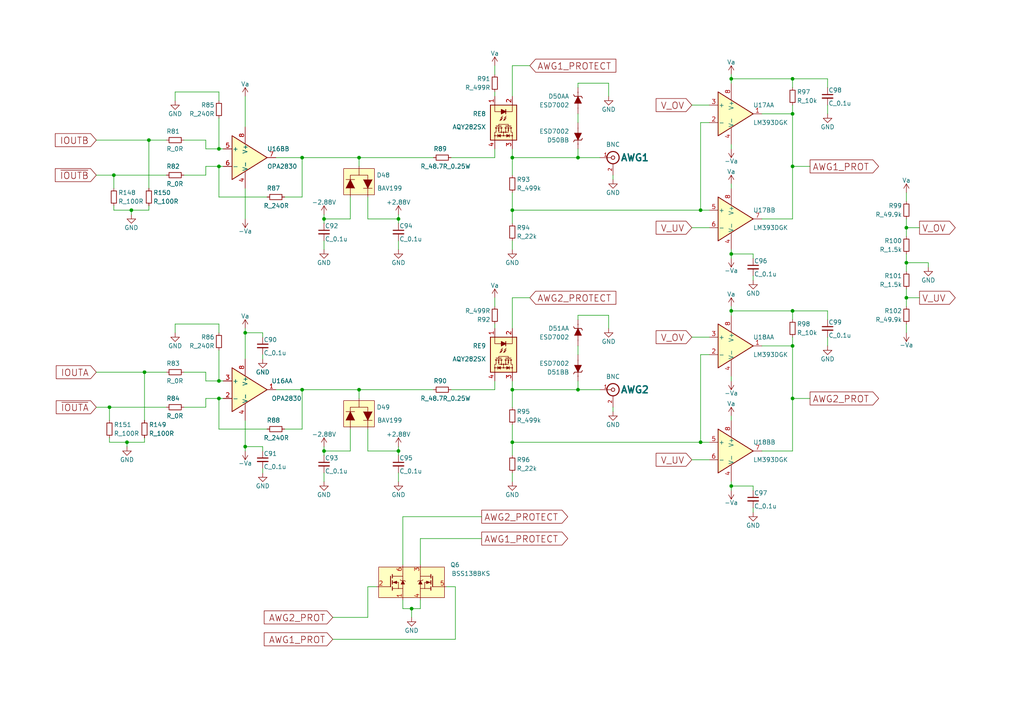
<source format=kicad_sch>
(kicad_sch (version 20250114) (generator "eeschema") (generator_version "9.0")
  (paper "A4")
  (title_block (title "Scopefun Oscilloscope") (rev "v2") (comment 1 "Copyright Dejan Priversek 2017") (comment 2 "Licensed under CERN OHL v.1.2"))
  (junction (at 104.14 45.72))
  (junction (at 115.57 130.81))
  (junction (at 115.57 63.5))
  (junction (at 93.98 63.5))
  (junction (at 229.87 22.86))
  (junction (at 71.12 129.54))
  (junction (at 31.75 118.11))
  (junction (at 203.2 60.96))
  (junction (at 203.2 128.27))
  (junction (at 262.89 66.04))
  (junction (at 119.38 176.53))
  (junction (at 167.64 45.72))
  (junction (at 229.87 100.33))
  (junction (at 148.59 113.03))
  (junction (at 212.09 90.17))
  (junction (at 262.89 76.2))
  (junction (at 87.63 45.72))
  (junction (at 148.59 128.27))
  (junction (at 41.91 107.95))
  (junction (at 71.12 96.52))
  (junction (at 148.59 60.96))
  (junction (at 63.5 110.49))
  (junction (at 262.89 86.36))
  (junction (at 43.18 40.64))
  (junction (at 63.5 115.57))
  (junction (at 36.83 128.27))
  (junction (at 212.09 22.86))
  (junction (at 148.59 45.72))
  (junction (at 229.87 48.26))
  (junction (at 212.09 73.66))
  (junction (at 229.87 33.02))
  (junction (at 93.98 130.81))
  (junction (at 212.09 140.97))
  (junction (at 87.63 113.03))
  (junction (at 38.1 60.96))
  (junction (at 167.64 113.03))
  (junction (at 229.87 90.17))
  (junction (at 104.14 113.03))
  (junction (at 63.5 48.26))
  (junction (at 229.87 115.57))
  (junction (at 63.5 43.18))
  (junction (at 33.02 50.8))
  (wire (pts (xy 229.87 63.5) (xy 220.98 63.5)))
  (wire (pts (xy 229.87 30.48) (xy 229.87 33.02)))
  (wire (pts (xy 63.5 26.67) (xy 63.5 29.21)))
  (wire (pts (xy 36.83 128.27) (xy 41.91 128.27)))
  (wire (pts (xy 106.68 179.07) (xy 106.68 170.18)))
  (wire (pts (xy 76.2 104.14) (xy 76.2 102.87)))
  (wire (pts (xy 167.64 92.71) (xy 167.64 91.44)))
  (wire (pts (xy 53.34 40.64) (xy 59.69 40.64)))
  (wire (pts (xy 143.51 113.03) (xy 130.81 113.03)))
  (wire (pts (xy 115.57 63.5) (xy 115.57 64.77)))
  (wire (pts (xy 212.09 72.39) (xy 212.09 73.66)))
  (wire (pts (xy 77.47 57.15) (xy 63.5 57.15)))
  (wire (pts (xy 212.09 22.86) (xy 229.87 22.86)))
  (wire (pts (xy 116.84 173.99) (xy 116.84 176.53)))
  (wire (pts (xy 93.98 137.16) (xy 93.98 139.7)))
  (wire (pts (xy 218.44 80.01) (xy 218.44 81.28)))
  (wire (pts (xy 234.95 115.57) (xy 229.87 115.57)))
  (wire (pts (xy 71.12 36.83) (xy 71.12 27.94)))
  (wire (pts (xy 116.84 176.53) (xy 119.38 176.53)))
  (wire (pts (xy 27.94 118.11) (xy 31.75 118.11)))
  (wire (pts (xy 119.38 176.53) (xy 121.92 176.53)))
  (wire (pts (xy 121.92 176.53) (xy 121.92 173.99)))
  (wire (pts (xy 148.59 110.49) (xy 148.59 113.03)))
  (wire (pts (xy 96.52 179.07) (xy 106.68 179.07)))
  (wire (pts (xy 148.59 123.19) (xy 148.59 128.27)))
  (wire (pts (xy 106.68 57.15) (xy 106.68 63.5)))
  (wire (pts (xy 203.2 128.27) (xy 205.74 128.27)))
  (wire (pts (xy 80.01 45.72) (xy 87.63 45.72)))
  (wire (pts (xy 234.95 48.26) (xy 229.87 48.26)))
  (wire (pts (xy 50.8 93.98) (xy 63.5 93.98)))
  (wire (pts (xy 212.09 21.59) (xy 212.09 22.86)))
  (wire (pts (xy 262.89 55.88) (xy 262.89 58.42)))
  (wire (pts (xy 63.5 93.98) (xy 63.5 96.52)))
  (wire (pts (xy 205.74 35.56) (xy 203.2 35.56)))
  (wire (pts (xy 59.69 43.18) (xy 63.5 43.18)))
  (wire (pts (xy 262.89 76.2) (xy 262.89 78.74)))
  (wire (pts (xy 82.55 57.15) (xy 87.63 57.15)))
  (wire (pts (xy 71.12 54.61) (xy 71.12 63.5)))
  (wire (pts (xy 115.57 129.54) (xy 115.57 130.81)))
  (wire (pts (xy 121.92 163.83) (xy 121.92 156.21)))
  (wire (pts (xy 229.87 33.02) (xy 229.87 48.26)))
  (wire (pts (xy 153.67 19.05) (xy 148.59 19.05)))
  (wire (pts (xy 63.5 101.6) (xy 63.5 110.49)))
  (wire (pts (xy 262.89 76.2) (xy 269.24 76.2)))
  (wire (pts (xy 167.64 45.72) (xy 173.99 45.72)))
  (wire (pts (xy 167.64 113.03) (xy 173.99 113.03)))
  (wire (pts (xy 167.64 91.44) (xy 176.53 91.44)))
  (wire (pts (xy 148.59 60.96) (xy 148.59 64.77)))
  (wire (pts (xy 104.14 45.72) (xy 104.14 48.26)))
  (wire (pts (xy 148.59 113.03) (xy 167.64 113.03)))
  (wire (pts (xy 212.09 140.97) (xy 212.09 142.24)))
  (wire (pts (xy 115.57 62.23) (xy 115.57 63.5)))
  (wire (pts (xy 200.66 66.04) (xy 205.74 66.04)))
  (wire (pts (xy 229.87 97.79) (xy 229.87 100.33)))
  (wire (pts (xy 176.53 24.13) (xy 176.53 27.94)))
  (wire (pts (xy 43.18 60.96) (xy 43.18 59.69)))
  (wire (pts (xy 218.44 73.66) (xy 212.09 73.66)))
  (wire (pts (xy 104.14 45.72) (xy 125.73 45.72)))
  (wire (pts (xy 59.69 48.26) (xy 63.5 48.26)))
  (wire (pts (xy 87.63 45.72) (xy 104.14 45.72)))
  (wire (pts (xy 31.75 127) (xy 31.75 128.27)))
  (wire (pts (xy 143.51 86.36) (xy 143.51 88.9)))
  (wire (pts (xy 143.51 43.18) (xy 143.51 45.72)))
  (wire (pts (xy 119.38 176.53) (xy 119.38 179.07)))
  (wire (pts (xy 43.18 40.64) (xy 43.18 54.61)))
  (wire (pts (xy 262.89 63.5) (xy 262.89 66.04)))
  (wire (pts (xy 121.92 156.21) (xy 139.7 156.21)))
  (wire (pts (xy 167.64 100.33) (xy 167.64 102.87)))
  (wire (pts (xy 76.2 96.52) (xy 71.12 96.52)))
  (wire (pts (xy 203.2 35.56) (xy 203.2 60.96)))
  (wire (pts (xy 106.68 63.5) (xy 115.57 63.5)))
  (wire (pts (xy 177.8 118.11) (xy 177.8 119.38)))
  (wire (pts (xy 262.89 83.82) (xy 262.89 86.36)))
  (wire (pts (xy 59.69 118.11) (xy 53.34 118.11)))
  (wire (pts (xy 203.2 60.96) (xy 205.74 60.96)))
  (wire (pts (xy 38.1 62.23) (xy 38.1 60.96)))
  (wire (pts (xy 71.12 121.92) (xy 71.12 129.54)))
  (wire (pts (xy 38.1 60.96) (xy 43.18 60.96)))
  (wire (pts (xy 63.5 110.49) (xy 64.77 110.49)))
  (wire (pts (xy 262.89 93.98) (xy 262.89 96.52)))
  (wire (pts (xy 167.64 110.49) (xy 167.64 113.03)))
  (wire (pts (xy 63.5 48.26) (xy 64.77 48.26)))
  (wire (pts (xy 27.94 40.64) (xy 43.18 40.64)))
  (wire (pts (xy 229.87 92.71) (xy 229.87 90.17)))
  (wire (pts (xy 93.98 69.85) (xy 93.98 72.39)))
  (wire (pts (xy 148.59 19.05) (xy 148.59 27.94)))
  (wire (pts (xy 167.64 25.4) (xy 167.64 24.13)))
  (wire (pts (xy 71.12 95.25) (xy 71.12 96.52)))
  (wire (pts (xy 143.51 19.05) (xy 143.51 21.59)))
  (wire (pts (xy 101.6 130.81) (xy 93.98 130.81)))
  (wire (pts (xy 148.59 128.27) (xy 203.2 128.27)))
  (wire (pts (xy 115.57 130.81) (xy 115.57 132.08)))
  (wire (pts (xy 132.08 185.42) (xy 132.08 170.18)))
  (wire (pts (xy 71.12 129.54) (xy 71.12 130.81)))
  (wire (pts (xy 41.91 128.27) (xy 41.91 127)))
  (wire (pts (xy 240.03 90.17) (xy 240.03 92.71)))
  (wire (pts (xy 106.68 124.46) (xy 106.68 130.81)))
  (wire (pts (xy 59.69 48.26) (xy 59.69 50.8)))
  (wire (pts (xy 116.84 163.83) (xy 116.84 149.86)))
  (wire (pts (xy 148.59 55.88) (xy 148.59 60.96)))
  (wire (pts (xy 148.59 45.72) (xy 148.59 50.8)))
  (wire (pts (xy 143.51 26.67) (xy 143.51 27.94)))
  (wire (pts (xy 148.59 45.72) (xy 167.64 45.72)))
  (wire (pts (xy 266.7 86.36) (xy 262.89 86.36)))
  (wire (pts (xy 200.66 97.79) (xy 205.74 97.79)))
  (wire (pts (xy 148.59 86.36) (xy 148.59 95.25)))
  (wire (pts (xy 93.98 62.23) (xy 93.98 63.5)))
  (wire (pts (xy 33.02 50.8) (xy 33.02 54.61)))
  (wire (pts (xy 153.67 86.36) (xy 148.59 86.36)))
  (wire (pts (xy 218.44 147.32) (xy 218.44 148.59)))
  (wire (pts (xy 96.52 185.42) (xy 132.08 185.42)))
  (wire (pts (xy 266.7 66.04) (xy 262.89 66.04)))
  (wire (pts (xy 115.57 69.85) (xy 115.57 72.39)))
  (wire (pts (xy 41.91 107.95) (xy 48.26 107.95)))
  (wire (pts (xy 87.63 113.03) (xy 104.14 113.03)))
  (wire (pts (xy 218.44 142.24) (xy 218.44 140.97)))
  (wire (pts (xy 104.14 113.03) (xy 104.14 115.57)))
  (wire (pts (xy 218.44 140.97) (xy 212.09 140.97)))
  (wire (pts (xy 101.6 57.15) (xy 101.6 63.5)))
  (wire (pts (xy 203.2 102.87) (xy 203.2 128.27)))
  (wire (pts (xy 143.51 45.72) (xy 130.81 45.72)))
  (wire (pts (xy 229.87 48.26) (xy 229.87 63.5)))
  (wire (pts (xy 63.5 57.15) (xy 63.5 48.26)))
  (wire (pts (xy 212.09 139.7) (xy 212.09 140.97)))
  (wire (pts (xy 220.98 100.33) (xy 229.87 100.33)))
  (wire (pts (xy 262.89 73.66) (xy 262.89 76.2)))
  (wire (pts (xy 76.2 129.54) (xy 71.12 129.54)))
  (wire (pts (xy 148.59 137.16) (xy 148.59 139.7)))
  (wire (pts (xy 63.5 43.18) (xy 64.77 43.18)))
  (wire (pts (xy 167.64 43.18) (xy 167.64 45.72)))
  (wire (pts (xy 212.09 120.65) (xy 212.09 121.92)))
  (wire (pts (xy 77.47 124.46) (xy 63.5 124.46)))
  (wire (pts (xy 240.03 97.79) (xy 240.03 100.33)))
  (wire (pts (xy 33.02 50.8) (xy 48.26 50.8)))
  (wire (pts (xy 229.87 90.17) (xy 240.03 90.17)))
  (wire (pts (xy 93.98 129.54) (xy 93.98 130.81)))
  (wire (pts (xy 148.59 113.03) (xy 148.59 118.11)))
  (wire (pts (xy 76.2 97.79) (xy 76.2 96.52)))
  (wire (pts (xy 101.6 63.5) (xy 93.98 63.5)))
  (wire (pts (xy 27.94 107.95) (xy 41.91 107.95)))
  (wire (pts (xy 59.69 110.49) (xy 63.5 110.49)))
  (wire (pts (xy 106.68 130.81) (xy 115.57 130.81)))
  (wire (pts (xy 176.53 91.44) (xy 176.53 95.25)))
  (wire (pts (xy 87.63 57.15) (xy 87.63 45.72)))
  (wire (pts (xy 50.8 26.67) (xy 63.5 26.67)))
  (wire (pts (xy 148.59 43.18) (xy 148.59 45.72)))
  (wire (pts (xy 148.59 60.96) (xy 203.2 60.96)))
  (wire (pts (xy 177.8 50.8) (xy 177.8 52.07)))
  (wire (pts (xy 212.09 88.9) (xy 212.09 90.17)))
  (wire (pts (xy 59.69 115.57) (xy 63.5 115.57)))
  (wire (pts (xy 71.12 96.52) (xy 71.12 104.14)))
  (wire (pts (xy 33.02 59.69) (xy 33.02 60.96)))
  (wire (pts (xy 262.89 66.04) (xy 262.89 68.58)))
  (wire (pts (xy 167.64 33.02) (xy 167.64 35.56)))
  (wire (pts (xy 101.6 124.46) (xy 101.6 130.81)))
  (wire (pts (xy 59.69 40.64) (xy 59.69 43.18)))
  (wire (pts (xy 115.57 137.16) (xy 115.57 139.7)))
  (wire (pts (xy 240.03 30.48) (xy 240.03 33.02)))
  (wire (pts (xy 269.24 76.2) (xy 269.24 77.47)))
  (wire (pts (xy 212.09 22.86) (xy 212.09 24.13)))
  (wire (pts (xy 200.66 30.48) (xy 205.74 30.48)))
  (wire (pts (xy 143.51 93.98) (xy 143.51 95.25)))
  (wire (pts (xy 212.09 90.17) (xy 212.09 91.44)))
  (wire (pts (xy 27.94 50.8) (xy 33.02 50.8)))
  (wire (pts (xy 212.09 109.22) (xy 212.09 110.49)))
  (wire (pts (xy 116.84 149.86) (xy 139.7 149.86)))
  (wire (pts (xy 229.87 22.86) (xy 240.03 22.86)))
  (wire (pts (xy 240.03 22.86) (xy 240.03 25.4)))
  (wire (pts (xy 218.44 74.93) (xy 218.44 73.66)))
  (wire (pts (xy 229.87 25.4) (xy 229.87 22.86)))
  (wire (pts (xy 31.75 118.11) (xy 31.75 121.92)))
  (wire (pts (xy 229.87 100.33) (xy 229.87 115.57)))
  (wire (pts (xy 82.55 124.46) (xy 87.63 124.46)))
  (wire (pts (xy 50.8 29.21) (xy 50.8 26.67)))
  (wire (pts (xy 36.83 129.54) (xy 36.83 128.27)))
  (wire (pts (xy 106.68 170.18) (xy 109.22 170.18)))
  (wire (pts (xy 76.2 135.89) (xy 76.2 137.16)))
  (wire (pts (xy 220.98 33.02) (xy 229.87 33.02)))
  (wire (pts (xy 212.09 90.17) (xy 229.87 90.17)))
  (wire (pts (xy 59.69 107.95) (xy 59.69 110.49)))
  (wire (pts (xy 132.08 170.18) (xy 129.54 170.18)))
  (wire (pts (xy 59.69 50.8) (xy 53.34 50.8)))
  (wire (pts (xy 50.8 96.52) (xy 50.8 93.98)))
  (wire (pts (xy 212.09 41.91) (xy 212.09 43.18)))
  (wire (pts (xy 167.64 24.13) (xy 176.53 24.13)))
  (wire (pts (xy 63.5 34.29) (xy 63.5 43.18)))
  (wire (pts (xy 200.66 133.35) (xy 205.74 133.35)))
  (wire (pts (xy 229.87 130.81) (xy 220.98 130.81)))
  (wire (pts (xy 31.75 118.11) (xy 48.26 118.11)))
  (wire (pts (xy 87.63 124.46) (xy 87.63 113.03)))
  (wire (pts (xy 41.91 107.95) (xy 41.91 121.92)))
  (wire (pts (xy 148.59 128.27) (xy 148.59 132.08)))
  (wire (pts (xy 212.09 73.66) (xy 212.09 74.93)))
  (wire (pts (xy 93.98 130.81) (xy 93.98 132.08)))
  (wire (pts (xy 229.87 115.57) (xy 229.87 130.81)))
  (wire (pts (xy 104.14 113.03) (xy 125.73 113.03)))
  (wire (pts (xy 33.02 60.96) (xy 38.1 60.96)))
  (wire (pts (xy 80.01 113.03) (xy 87.63 113.03)))
  (wire (pts (xy 148.59 69.85) (xy 148.59 72.39)))
  (wire (pts (xy 63.5 115.57) (xy 64.77 115.57)))
  (wire (pts (xy 76.2 130.81) (xy 76.2 129.54)))
  (wire (pts (xy 212.09 53.34) (xy 212.09 54.61)))
  (wire (pts (xy 53.34 107.95) (xy 59.69 107.95)))
  (wire (pts (xy 205.74 102.87) (xy 203.2 102.87)))
  (wire (pts (xy 43.18 40.64) (xy 48.26 40.64)))
  (wire (pts (xy 59.69 115.57) (xy 59.69 118.11)))
  (wire (pts (xy 63.5 124.46) (xy 63.5 115.57)))
  (wire (pts (xy 262.89 86.36) (xy 262.89 88.9)))
  (wire (pts (xy 93.98 63.5) (xy 93.98 64.77)))
  (wire (pts (xy 143.51 110.49) (xy 143.51 113.03)))
  (wire (pts (xy 31.75 128.27) (xy 36.83 128.27)))
  (global_label "V_UV" (shape input) (at 200.66 66.04 180) (effects (font (size 1.905 1.905))) (property "Intersheetrefs" "${INTERSHEET_REFS}" (effects (hide yes))))
  (global_label "V_UV" (shape output) (at 266.7 86.36 0) (effects (font (size 1.905 1.905))) (property "Intersheetrefs" "${INTERSHEET_REFS}" (effects (hide yes))))
  (global_label "AWG1_PROTECT" (shape input) (at 153.67 19.05 0) (effects (font (size 1.905 1.905))) (property "Intersheetrefs" "${INTERSHEET_REFS}" (effects (hide yes))))
  (global_label "AWG2_PROTECT" (shape output) (at 139.7 149.86 0) (effects (font (size 1.905 1.905))) (property "Intersheetrefs" "${INTERSHEET_REFS}" (effects (hide yes))))
  (global_label "AWG1_PROT" (shape output) (at 234.95 48.26 0) (effects (font (size 1.905 1.905))) (property "Intersheetrefs" "${INTERSHEET_REFS}" (effects (hide yes))))
  (global_label "AWG1_PROTECT" (shape output) (at 139.7 156.21 0) (effects (font (size 1.905 1.905))) (property "Intersheetrefs" "${INTERSHEET_REFS}" (effects (hide yes))))
  (global_label "V_OV" (shape input) (at 200.66 30.48 180) (effects (font (size 1.905 1.905))) (property "Intersheetrefs" "${INTERSHEET_REFS}" (effects (hide yes))))
  (global_label "AWG2_PROT" (shape output) (at 234.95 115.57 0) (effects (font (size 1.905 1.905))) (property "Intersheetrefs" "${INTERSHEET_REFS}" (effects (hide yes))))
  (global_label "~{IOUTA}" (shape input) (at 27.94 118.11 180) (effects (font (size 1.905 1.905))) (property "Intersheetrefs" "${INTERSHEET_REFS}" (effects (hide yes))))
  (global_label "V_OV" (shape output) (at 266.7 66.04 0) (effects (font (size 1.905 1.905))) (property "Intersheetrefs" "${INTERSHEET_REFS}" (effects (hide yes))))
  (global_label "V_UV" (shape input) (at 200.66 133.35 180) (effects (font (size 1.905 1.905))) (property "Intersheetrefs" "${INTERSHEET_REFS}" (effects (hide yes))))
  (global_label "V_OV" (shape input) (at 200.66 97.79 180) (effects (font (size 1.905 1.905))) (property "Intersheetrefs" "${INTERSHEET_REFS}" (effects (hide yes))))
  (global_label "AWG2_PROT" (shape input) (at 96.52 179.07 180) (effects (font (size 1.905 1.905))) (property "Intersheetrefs" "${INTERSHEET_REFS}" (effects (hide yes))))
  (global_label "IOUTA" (shape input) (at 27.94 107.95 180) (effects (font (size 1.905 1.905))) (property "Intersheetrefs" "${INTERSHEET_REFS}" (effects (hide yes))))
  (global_label "~{IOUTB}" (shape input) (at 27.94 50.8 180) (effects (font (size 1.905 1.905))) (property "Intersheetrefs" "${INTERSHEET_REFS}" (effects (hide yes))))
  (global_label "AWG2_PROTECT" (shape input) (at 153.67 86.36 0) (effects (font (size 1.905 1.905))) (property "Intersheetrefs" "${INTERSHEET_REFS}" (effects (hide yes))))
  (global_label "IOUTB" (shape input) (at 27.94 40.64 180) (effects (font (size 1.905 1.905))) (property "Intersheetrefs" "${INTERSHEET_REFS}" (effects (hide yes))))
  (global_label "AWG1_PROT" (shape input) (at 96.52 185.42 180) (effects (font (size 1.905 1.905))) (property "Intersheetrefs" "${INTERSHEET_REFS}" (effects (hide yes))))
  (symbol (lib_id "ScopefunParts:OPA2830") (at 72.39 45.72 0) (unit 2)
    (property "Reference" "U16B" (at 77.47 43.18 0) (effects (justify left)))
    (property "Value" "OPA2830" (at 77.47 48.26 0) (effects (justify left)))
    (property "Footprint" "ScopefunPackagesLibrary:TSSOP8" (effects (hide yes)))
    (property "Datasheet" "http://www.ti.com/lit/ds/symlink/opa2830.pdf" (effects (hide yes)))
    (property "MFG Part#" "OPA2830IDGKT" (effects (hide yes)))
    (property "Description" "Dual, Low-Power, Single-Supply, Wideband OPERATIONAL AMPLIFIER" (effects (hide yes)))
  )
  (symbol (lib_id "ScopefunParts:+Va") (at 71.12 95.25 0) (unit 1)
    (property "Reference" "#PWR0174" (effects (hide yes)))
    (property "Value" "Va" (at 71.12 91.694 0))
  )
  (symbol (lib_id "ScopefunParts:-Va") (at 71.12 130.81 180) (unit 1)
    (property "Reference" "#PWR0175" (effects (hide yes)))
    (property "Value" "-Va" (at 71.12 134.366 0))
  )
  (symbol (lib_name "GND_34") (lib_id "Scopefun_v2-rescue:GND") (at 50.8 96.52 0) (unit 1)
    (property "Reference" "#PWR0176" (effects (hide yes)))
    (property "Value" "GND" (at 50.8 100.33 0))
  )
  (symbol (lib_id "ScopefunParts:BAV199") (at 104.14 53.34 0) (unit 1)
    (property "Reference" "D48" (at 109.22 50.8 0) (effects (justify left)))
    (property "Value" "BAV199" (at 113.03 54.61 0))
    (property "Footprint" "ScopefunPackagesLibrary:SOT23" (effects (hide yes)))
    (property "MFG Part#" "BAV199-7-F" (effects (hide yes)))
    (property "Description" "Low-leakage double diode" (effects (hide yes)))
  )
  (symbol (lib_id "ScopefunParts:+2.88V") (at 115.57 62.23 0) (unit 1)
    (property "Reference" "#PWR0177" (effects (hide yes)))
    (property "Value" "+2.88V" (at 115.57 58.674 0))
  )
  (symbol (lib_id "ScopefunParts:C_0.1u") (at 93.98 67.31 0) (unit 1)
    (property "Reference" "C92" (at 94.234 65.532 0) (effects (justify left)))
    (property "Value" "C_0.1u" (at 94.234 69.342 0) (effects (justify left)))
    (property "Footprint" "ScopefunPackagesLibrary:C_0603" (effects (hide yes)))
    (property "MFG Part#" "C0603C104K4RACTU" (effects (hide yes)))
    (property "Description" "MLCC - SMD/SMT 0603 16V X7R 10%" (effects (hide yes)))
  )
  (symbol (lib_id "ScopefunParts:C_0.1u") (at 115.57 67.31 0) (unit 1)
    (property "Reference" "C94" (at 115.824 65.532 0) (effects (justify left)))
    (property "Value" "C_0.1u" (at 115.824 69.342 0) (effects (justify left)))
    (property "Footprint" "ScopefunPackagesLibrary:C_0603" (effects (hide yes)))
    (property "MFG Part#" "C0603C104K4RACTU" (effects (hide yes)))
    (property "Description" "MLCC - SMD/SMT 0603 16V X7R 10%" (effects (hide yes)))
  )
  (symbol (lib_name "GND_30") (lib_id "Scopefun_v2-rescue:GND") (at 115.57 72.39 0) (unit 1)
    (property "Reference" "#PWR0178" (effects (hide yes)))
    (property "Value" "GND" (at 115.57 76.2 0))
  )
  (symbol (lib_name "GND_31") (lib_id "Scopefun_v2-rescue:GND") (at 93.98 72.39 0) (unit 1)
    (property "Reference" "#PWR0179" (effects (hide yes)))
    (property "Value" "GND" (at 93.98 76.2 0))
  )
  (symbol (lib_id "ScopefunParts:-2.88V") (at 93.98 62.23 0) (unit 1)
    (property "Reference" "#PWR0180" (effects (hide yes)))
    (property "Value" "-2.88V" (at 93.98 58.674 0))
  )
  (symbol (lib_id "ScopefunParts:R_499R") (at 143.51 24.13 0) (mirror y) (unit 1)
    (property "Reference" "R91" (at 142.24 22.86 0) (effects (justify left)))
    (property "Value" "R_499R" (at 142.24 25.4 0) (effects (justify left)))
    (property "Footprint" "ScopefunPackagesLibrary:R_0603" (effects (hide yes)))
    (property "Datasheet" "http://industrial.panasonic.com/cdbs/www-data/pdf/AOA0000/AOA0000CE2.pdf" (effects (hide yes)))
    (property "MFG Part#" "ERJ-3EKF4990V" (effects (hide yes)))
    (property "Description" "RES SMD 1% 1/10W 0603" (effects (hide yes)))
  )
  (symbol (lib_id "ScopefunParts:+Va") (at 143.51 19.05 0) (mirror y) (unit 1)
    (property "Reference" "#PWR0181" (effects (hide yes)))
    (property "Value" "Va" (at 143.51 15.494 0))
  )
  (symbol (lib_id "ScopefunParts:R_499k") (at 148.59 53.34 0) (unit 1)
    (property "Reference" "R93" (at 149.86 52.07 0) (effects (justify left)))
    (property "Value" "R_499k" (at 149.86 54.61 0) (effects (justify left)))
    (property "Footprint" "ScopefunPackagesLibrary:R_0603" (effects (hide yes)))
    (property "Datasheet" "http://industrial.panasonic.com/cdbs/www-data/pdf/AOA0000/AOA0000CE2.pdf" (effects (hide yes)))
    (property "MFG Part#" "ERJ-3EKF4993V" (effects (hide yes)))
    (property "Description" "RES SMD 1% 1/10W 0603" (effects (hide yes)))
  )
  (symbol (lib_id "ScopefunParts:R_22k") (at 148.59 67.31 0) (unit 1)
    (property "Reference" "R94" (at 149.86 66.04 0) (effects (justify left)))
    (property "Value" "R_22k" (at 149.86 68.58 0) (effects (justify left)))
    (property "Footprint" "ScopefunPackagesLibrary:R_0603" (effects (hide yes)))
    (property "Datasheet" "http://industrial.panasonic.com/cdbs/www-data/pdf/AOA0000/AOA0000CE2.pdf" (effects (hide yes)))
    (property "MFG Part#" "ERJ-3EKF2202V" (effects (hide yes)))
    (property "Description" "RES SMD 1% 1/10W 0603" (effects (hide yes)))
  )
  (symbol (lib_name "GND_29") (lib_id "Scopefun_v2-rescue:GND") (at 148.59 72.39 0) (unit 1)
    (property "Reference" "#PWR0182" (effects (hide yes)))
    (property "Value" "GND" (at 148.59 76.2 0))
  )
  (symbol (lib_name "GND_37") (lib_id "Scopefun_v2-rescue:GND") (at 177.8 52.07 0) (unit 1)
    (property "Reference" "#PWR0183" (effects (hide yes)))
    (property "Value" "GND" (at 177.8 55.88 0))
  )
  (symbol (lib_id "ScopefunParts:LM393DGK") (at 213.36 33.02 0) (unit 1)
    (property "Reference" "U17A" (at 218.44 30.48 0) (effects (justify left)))
    (property "Value" "LM393DGK" (at 218.44 35.56 0) (effects (justify left)))
    (property "Footprint" "ScopefunPackagesLibrary:TSSOP8" (effects (hide yes)))
    (property "Datasheet" "http://www.ti.com/lit/ds/symlink/lm193.pdf" (effects (hide yes)))
    (property "MFG Part#" "LM393DGKR" (effects (hide yes)))
    (property "Description" "Dual, General Purpose, Differential Comparator" (effects (hide yes)))
  )
  (symbol (lib_id "ScopefunParts:+Va") (at 212.09 53.34 0) (unit 1)
    (property "Reference" "#PWR0187" (effects (hide yes)))
    (property "Value" "Va" (at 212.09 49.784 0))
  )
  (symbol (lib_id "ScopefunParts:-Va") (at 212.09 74.93 0) (mirror x) (unit 1)
    (property "Reference" "#PWR0186" (effects (hide yes)))
    (property "Value" "-Va" (at 212.09 78.486 0))
  )
  (symbol (lib_id "ScopefunParts:+Va") (at 212.09 21.59 0) (unit 1)
    (property "Reference" "#PWR0184" (effects (hide yes)))
    (property "Value" "Va" (at 212.09 18.034 0))
  )
  (symbol (lib_id "ScopefunParts:-Va") (at 212.09 43.18 180) (unit 1)
    (property "Reference" "#PWR0185" (effects (hide yes)))
    (property "Value" "-Va" (at 212.09 46.736 0))
  )
  (symbol (lib_id "ScopefunParts:C_0.1u") (at 240.03 27.94 0) (unit 1)
    (property "Reference" "C98" (at 240.284 26.162 0) (effects (justify left)))
    (property "Value" "C_0.1u" (at 240.284 29.972 0) (effects (justify left)))
    (property "Footprint" "ScopefunPackagesLibrary:C_0603" (effects (hide yes)))
    (property "MFG Part#" "C0603C104K4RACTU" (effects (hide yes)))
    (property "Description" "MLCC - SMD/SMT 0603 16V X7R 10%" (effects (hide yes)))
  )
  (symbol (lib_name "GND_42") (lib_id "Scopefun_v2-rescue:GND") (at 240.03 33.02 0) (unit 1)
    (property "Reference" "#PWR0188" (effects (hide yes)))
    (property "Value" "GND" (at 240.03 36.83 0))
  )
  (symbol (lib_id "ScopefunParts:+Va") (at 71.12 27.94 0) (unit 1)
    (property "Reference" "#PWR0189" (effects (hide yes)))
    (property "Value" "Va" (at 71.12 24.384 0))
  )
  (symbol (lib_id "ScopefunParts:-Va") (at 71.12 63.5 180) (unit 1)
    (property "Reference" "#PWR0190" (effects (hide yes)))
    (property "Value" "-Va" (at 71.12 67.056 0))
  )
  (symbol (lib_name "GND_23") (lib_id "Scopefun_v2-rescue:GND") (at 50.8 29.21 0) (unit 1)
    (property "Reference" "#PWR0191" (effects (hide yes)))
    (property "Value" "GND" (at 50.8 33.02 0))
  )
  (symbol (lib_id "ScopefunParts:BAV199") (at 104.14 120.65 0) (unit 1)
    (property "Reference" "D49" (at 109.22 118.11 0) (effects (justify left)))
    (property "Value" "BAV199" (at 113.03 121.92 0))
    (property "Footprint" "ScopefunPackagesLibrary:SOT23" (effects (hide yes)))
    (property "MFG Part#" "BAV199-7-F" (effects (hide yes)))
    (property "Description" "Low-leakage double diode" (effects (hide yes)))
  )
  (symbol (lib_id "ScopefunParts:+2.88V") (at 115.57 129.54 0) (unit 1)
    (property "Reference" "#PWR0192" (effects (hide yes)))
    (property "Value" "+2.88V" (at 115.57 125.984 0))
  )
  (symbol (lib_id "ScopefunParts:C_0.1u") (at 93.98 134.62 0) (unit 1)
    (property "Reference" "C93" (at 94.234 132.842 0) (effects (justify left)))
    (property "Value" "C_0.1u" (at 94.234 136.652 0) (effects (justify left)))
    (property "Footprint" "ScopefunPackagesLibrary:C_0603" (effects (hide yes)))
    (property "MFG Part#" "C0603C104K4RACTU" (effects (hide yes)))
    (property "Description" "MLCC - SMD/SMT 0603 16V X7R 10%" (effects (hide yes)))
  )
  (symbol (lib_id "ScopefunParts:C_0.1u") (at 115.57 134.62 0) (unit 1)
    (property "Reference" "C95" (at 115.824 132.842 0) (effects (justify left)))
    (property "Value" "C_0.1u" (at 115.824 136.652 0) (effects (justify left)))
    (property "Footprint" "ScopefunPackagesLibrary:C_0603" (effects (hide yes)))
    (property "MFG Part#" "C0603C104K4RACTU" (effects (hide yes)))
    (property "Description" "MLCC - SMD/SMT 0603 16V X7R 10%" (effects (hide yes)))
  )
  (symbol (lib_name "GND_27") (lib_id "Scopefun_v2-rescue:GND") (at 115.57 139.7 0) (unit 1)
    (property "Reference" "#PWR0193" (effects (hide yes)))
    (property "Value" "GND" (at 115.57 143.51 0))
  )
  (symbol (lib_name "GND_25") (lib_id "Scopefun_v2-rescue:GND") (at 93.98 139.7 0) (unit 1)
    (property "Reference" "#PWR0194" (effects (hide yes)))
    (property "Value" "GND" (at 93.98 143.51 0))
  )
  (symbol (lib_id "ScopefunParts:-2.88V") (at 93.98 129.54 0) (unit 1)
    (property "Reference" "#PWR0195" (effects (hide yes)))
    (property "Value" "-2.88V" (at 93.98 125.984 0))
  )
  (symbol (lib_id "ScopefunParts:R_499R") (at 143.51 91.44 180) (unit 1)
    (property "Reference" "R92" (at 142.24 92.71 0) (effects (justify left)))
    (property "Value" "R_499R" (at 142.24 90.17 0) (effects (justify left)))
    (property "Footprint" "ScopefunPackagesLibrary:R_0603" (effects (hide yes)))
    (property "Datasheet" "http://industrial.panasonic.com/cdbs/www-data/pdf/AOA0000/AOA0000CE2.pdf" (effects (hide yes)))
    (property "MFG Part#" "ERJ-3EKF4990V" (effects (hide yes)))
    (property "Description" "RES SMD 1% 1/10W 0603" (effects (hide yes)))
  )
  (symbol (lib_id "ScopefunParts:+Va") (at 143.51 86.36 0) (unit 1)
    (property "Reference" "#PWR0196" (effects (hide yes)))
    (property "Value" "Va" (at 143.51 82.804 0))
  )
  (symbol (lib_id "ScopefunParts:R_499k") (at 148.59 120.65 0) (unit 1)
    (property "Reference" "R95" (at 149.86 119.38 0) (effects (justify left)))
    (property "Value" "R_499k" (at 149.86 121.92 0) (effects (justify left)))
    (property "Footprint" "ScopefunPackagesLibrary:R_0603" (effects (hide yes)))
    (property "Datasheet" "http://industrial.panasonic.com/cdbs/www-data/pdf/AOA0000/AOA0000CE2.pdf" (effects (hide yes)))
    (property "MFG Part#" "ERJ-3EKF4993V" (effects (hide yes)))
    (property "Description" "RES SMD 1% 1/10W 0603" (effects (hide yes)))
  )
  (symbol (lib_id "ScopefunParts:R_22k") (at 148.59 134.62 0) (unit 1)
    (property "Reference" "R96" (at 149.86 133.35 0) (effects (justify left)))
    (property "Value" "R_22k" (at 149.86 135.89 0) (effects (justify left)))
    (property "Footprint" "ScopefunPackagesLibrary:R_0603" (effects (hide yes)))
    (property "Datasheet" "http://industrial.panasonic.com/cdbs/www-data/pdf/AOA0000/AOA0000CE2.pdf" (effects (hide yes)))
    (property "MFG Part#" "ERJ-3EKF2202V" (effects (hide yes)))
    (property "Description" "RES SMD 1% 1/10W 0603" (effects (hide yes)))
  )
  (symbol (lib_name "GND_35") (lib_id "Scopefun_v2-rescue:GND") (at 148.59 139.7 0) (unit 1)
    (property "Reference" "#PWR0197" (effects (hide yes)))
    (property "Value" "GND" (at 148.59 143.51 0))
  )
  (symbol (lib_name "GND_38") (lib_id "Scopefun_v2-rescue:GND") (at 177.8 119.38 0) (unit 1)
    (property "Reference" "#PWR0198" (effects (hide yes)))
    (property "Value" "GND" (at 177.8 123.19 0))
  )
  (symbol (lib_id "ScopefunParts:LM393DGK") (at 213.36 100.33 0) (unit 1)
    (property "Reference" "U18A" (at 218.44 97.79 0) (effects (justify left)))
    (property "Value" "LM393DGK" (at 218.44 102.87 0) (effects (justify left)))
    (property "Footprint" "ScopefunPackagesLibrary:TSSOP8" (effects (hide yes)))
    (property "Datasheet" "http://www.ti.com/lit/ds/symlink/lm193.pdf" (effects (hide yes)))
    (property "MFG Part#" "LM393DGKR" (effects (hide yes)))
    (property "Description" "Dual, General Purpose, Differential Comparator" (effects (hide yes)))
  )
  (symbol (lib_id "ScopefunParts:+Va") (at 212.09 88.9 0) (unit 1)
    (property "Reference" "#PWR0199" (effects (hide yes)))
    (property "Value" "Va" (at 212.09 85.344 0))
  )
  (symbol (lib_id "ScopefunParts:-Va") (at 212.09 110.49 180) (unit 1)
    (property "Reference" "#PWR0200" (effects (hide yes)))
    (property "Value" "-Va" (at 212.09 114.046 0))
  )
  (symbol (lib_id "ScopefunParts:-Va") (at 212.09 142.24 0) (mirror x) (unit 1)
    (property "Reference" "#PWR0201" (effects (hide yes)))
    (property "Value" "-Va" (at 212.09 145.796 0))
  )
  (symbol (lib_id "ScopefunParts:+Va") (at 212.09 120.65 0) (unit 1)
    (property "Reference" "#PWR0202" (effects (hide yes)))
    (property "Value" "Va" (at 212.09 117.094 0))
  )
  (symbol (lib_id "ScopefunParts:C_0.1u") (at 240.03 95.25 0) (unit 1)
    (property "Reference" "C99" (at 240.284 93.472 0) (effects (justify left)))
    (property "Value" "C_0.1u" (at 240.284 97.282 0) (effects (justify left)))
    (property "Footprint" "ScopefunPackagesLibrary:C_0603" (effects (hide yes)))
    (property "MFG Part#" "C0603C104K4RACTU" (effects (hide yes)))
    (property "Description" "MLCC - SMD/SMT 0603 16V X7R 10%" (effects (hide yes)))
  )
  (symbol (lib_name "GND_43") (lib_id "Scopefun_v2-rescue:GND") (at 240.03 100.33 0) (unit 1)
    (property "Reference" "#PWR0203" (effects (hide yes)))
    (property "Value" "GND" (at 240.03 104.14 0))
  )
  (symbol (lib_id "ScopefunParts:C_0.1u") (at 76.2 100.33 0) (unit 1)
    (property "Reference" "C90" (at 76.454 98.552 0) (effects (justify left)))
    (property "Value" "C_0.1u" (at 76.454 102.362 0) (effects (justify left)))
    (property "Footprint" "ScopefunPackagesLibrary:C_0603" (effects (hide yes)))
    (property "MFG Part#" "C0603C104K4RACTU" (effects (hide yes)))
    (property "Description" "MLCC - SMD/SMT 0603 16V X7R 10%" (effects (hide yes)))
  )
  (symbol (lib_name "GND_33") (lib_id "Scopefun_v2-rescue:GND") (at 76.2 104.14 0) (unit 1)
    (property "Reference" "#PWR0204" (effects (hide yes)))
    (property "Value" "GND" (at 76.2 107.95 0))
  )
  (symbol (lib_id "ScopefunParts:C_0.1u") (at 76.2 133.35 0) (unit 1)
    (property "Reference" "C91" (at 76.454 131.572 0) (effects (justify left)))
    (property "Value" "C_0.1u" (at 76.454 135.382 0) (effects (justify left)))
    (property "Footprint" "ScopefunPackagesLibrary:C_0603" (effects (hide yes)))
    (property "MFG Part#" "C0603C104K4RACTU" (effects (hide yes)))
    (property "Description" "MLCC - SMD/SMT 0603 16V X7R 10%" (effects (hide yes)))
  )
  (symbol (lib_name "GND_26") (lib_id "Scopefun_v2-rescue:GND") (at 76.2 137.16 0) (unit 1)
    (property "Reference" "#PWR0205" (effects (hide yes)))
    (property "Value" "GND" (at 76.2 140.97 0))
  )
  (symbol (lib_id "ScopefunParts:BSS138BKS") (at 119.38 168.91 0) (unit 1)
    (property "Reference" "Q6" (at 133.35 163.83 0) (effects (justify right)))
    (property "Value" "BSS138BKS" (at 142.24 166.37 0) (effects (justify right)))
    (property "Footprint" "ScopefunPackagesLibrary:SOT363" (effects (hide yes)))
    (property "Datasheet" "http://www.nxp.com/documents/data_sheet/BSS138BKS.pdf" (effects (hide yes)))
    (property "Description" "60 V, 320 mA dual N-channel Trench MOSFET" (effects (hide yes)))
    (property "MFG Part#" "BSS138PS,115" (effects (hide yes)))
  )
  (symbol (lib_name "GND_28") (lib_id "Scopefun_v2-rescue:GND") (at 119.38 179.07 0) (unit 1)
    (property "Reference" "#PWR0206" (effects (hide yes)))
    (property "Value" "GND" (at 119.38 182.88 0))
  )
  (symbol (lib_id "ScopefunParts:R_49.9k") (at 262.89 60.96 0) (mirror y) (unit 1)
    (property "Reference" "R99" (at 261.62 59.69 0) (effects (justify left)))
    (property "Value" "R_49.9k" (at 261.62 62.23 0) (effects (justify left)))
    (property "Footprint" "ScopefunPackagesLibrary:R_0603" (effects (hide yes)))
    (property "Datasheet" "http://industrial.panasonic.com/cdbs/www-data/pdf/AOA0000/AOA0000CE2.pdf" (effects (hide yes)))
    (property "MFG Part#" "ERJ-3EKF4992V" (effects (hide yes)))
    (property "Description" "RES SMD 1% 1/10W 0603" (effects (hide yes)))
  )
  (symbol (lib_id "ScopefunParts:R_1.5k") (at 262.89 71.12 0) (mirror y) (unit 1)
    (property "Reference" "R100" (at 261.62 69.85 0) (effects (justify left)))
    (property "Value" "R_1.5k" (at 261.62 72.39 0) (effects (justify left)))
    (property "Footprint" "ScopefunPackagesLibrary:R_0603" (effects (hide yes)))
    (property "Datasheet" "http://industrial.panasonic.com/cdbs/www-data/pdf/AOA0000/AOA0000CE2.pdf" (effects (hide yes)))
    (property "MFG Part#" "ERJ-3EKF1501V" (effects (hide yes)))
    (property "Description" "RES SMD 1% 1/10W 0603" (effects (hide yes)))
  )
  (symbol (lib_id "ScopefunParts:R_1.5k") (at 262.89 81.28 0) (mirror y) (unit 1)
    (property "Reference" "R101" (at 261.62 80.01 0) (effects (justify left)))
    (property "Value" "R_1.5k" (at 261.62 82.55 0) (effects (justify left)))
    (property "Footprint" "ScopefunPackagesLibrary:R_0603" (effects (hide yes)))
    (property "Datasheet" "http://industrial.panasonic.com/cdbs/www-data/pdf/AOA0000/AOA0000CE2.pdf" (effects (hide yes)))
    (property "MFG Part#" "ERJ-3EKF1501V" (effects (hide yes)))
    (property "Description" "RES SMD 1% 1/10W 0603" (effects (hide yes)))
  )
  (symbol (lib_id "ScopefunParts:R_49.9k") (at 262.89 91.44 0) (mirror y) (unit 1)
    (property "Reference" "R102" (at 261.62 90.17 0) (effects (justify left)))
    (property "Value" "R_49.9k" (at 261.62 92.71 0) (effects (justify left)))
    (property "Footprint" "ScopefunPackagesLibrary:R_0603" (effects (hide yes)))
    (property "Datasheet" "http://industrial.panasonic.com/cdbs/www-data/pdf/AOA0000/AOA0000CE2.pdf" (effects (hide yes)))
    (property "MFG Part#" "ERJ-3EKF4992V" (effects (hide yes)))
    (property "Description" "RES SMD 1% 1/10W 0603" (effects (hide yes)))
  )
  (symbol (lib_name "GND_40") (lib_id "Scopefun_v2-rescue:GND") (at 269.24 77.47 0) (mirror y) (unit 1)
    (property "Reference" "#PWR0207" (effects (hide yes)))
    (property "Value" "GND" (at 269.24 81.28 0))
  )
  (symbol (lib_id "ScopefunParts:+Va") (at 262.89 55.88 0) (mirror y) (unit 1)
    (property "Reference" "#PWR0208" (effects (hide yes)))
    (property "Value" "Va" (at 262.89 52.324 0))
  )
  (symbol (lib_id "ScopefunParts:-Va") (at 262.89 96.52 0) (mirror x) (unit 1)
    (property "Reference" "#PWR0209" (effects (hide yes)))
    (property "Value" "-Va" (at 262.89 100.076 0))
  )
  (symbol (lib_id "ScopefunParts:AQY282SX") (at 146.05 35.56 90) (mirror x) (unit 1)
    (property "Reference" "RE8" (at 140.97 33.02 90) (effects (justify left)))
    (property "Value" "AQY282SX" (at 140.97 36.83 90) (effects (justify left)))
    (property "Footprint" "ScopefunPackagesLibrary:SOP-4" (effects (hide yes)))
    (property "Datasheet" "https://www.mouser.com/ds/2/315/panasonic_AQW,AQY280,282,284-1196946.pdf" (effects (hide yes)))
    (property "MFG Part#" "AQY282SX" (effects (hide yes)))
    (property "Description" "Solid State Relays - PCB Mount 60v 500mA SOP Form A Norm-Open" (effects (hide yes)))
  )
  (symbol (lib_id "ScopefunParts:AQY282SX") (at 146.05 102.87 90) (mirror x) (unit 1)
    (property "Reference" "RE9" (at 140.97 100.33 90) (effects (justify left)))
    (property "Value" "AQY282SX" (at 140.97 104.14 90) (effects (justify left)))
    (property "Footprint" "ScopefunPackagesLibrary:SOP-4" (effects (hide yes)))
    (property "Datasheet" "https://www.mouser.com/ds/2/315/panasonic_AQW,AQY280,282,284-1196946.pdf" (effects (hide yes)))
    (property "MFG Part#" "AQY282SX" (effects (hide yes)))
    (property "Description" "Solid State Relays - PCB Mount 60v 500mA SOP Form A Norm-Open" (effects (hide yes)))
  )
  (symbol (lib_id "ScopefunParts:LM393DGK") (at 213.36 63.5 0) (unit 2)
    (property "Reference" "U17B" (at 218.44 60.96 0) (effects (justify left)))
    (property "Value" "LM393DGK" (at 218.44 66.04 0) (effects (justify left)))
    (property "Footprint" "ScopefunPackagesLibrary:TSSOP8" (effects (hide yes)))
    (property "Datasheet" "http://www.ti.com/lit/ds/symlink/lm193.pdf" (effects (hide yes)))
    (property "MFG Part#" "LM393DGKR" (effects (hide yes)))
    (property "Description" "Dual, General Purpose, Differential Comparator" (effects (hide yes)))
  )
  (symbol (lib_id "ScopefunParts:LM393DGK") (at 213.36 130.81 0) (unit 2)
    (property "Reference" "U18B" (at 218.44 128.27 0) (effects (justify left)))
    (property "Value" "LM393DGK" (at 218.44 133.35 0) (effects (justify left)))
    (property "Footprint" "ScopefunPackagesLibrary:TSSOP8" (effects (hide yes)))
    (property "Datasheet" "http://www.ti.com/lit/ds/symlink/lm193.pdf" (effects (hide yes)))
    (property "MFG Part#" "LM393DGKR" (effects (hide yes)))
    (property "Description" "Dual, General Purpose, Differential Comparator" (effects (hide yes)))
  )
  (symbol (lib_id "ScopefunParts:C_0.1u") (at 218.44 77.47 0) (unit 1)
    (property "Reference" "C96" (at 218.694 75.692 0) (effects (justify left)))
    (property "Value" "C_0.1u" (at 218.694 79.502 0) (effects (justify left)))
    (property "Footprint" "ScopefunPackagesLibrary:C_0603" (effects (hide yes)))
    (property "MFG Part#" "C0603C104K4RACTU" (effects (hide yes)))
    (property "Description" "MLCC - SMD/SMT 0603 16V X7R 10%" (effects (hide yes)))
  )
  (symbol (lib_name "GND_41") (lib_id "Scopefun_v2-rescue:GND") (at 218.44 81.28 0) (unit 1)
    (property "Reference" "#PWR0210" (effects (hide yes)))
    (property "Value" "GND" (at 218.44 85.09 0))
  )
  (symbol (lib_id "ScopefunParts:C_0.1u") (at 218.44 144.78 0) (unit 1)
    (property "Reference" "C97" (at 218.694 143.002 0) (effects (justify left)))
    (property "Value" "C_0.1u" (at 218.694 146.812 0) (effects (justify left)))
    (property "Footprint" "ScopefunPackagesLibrary:C_0603" (effects (hide yes)))
    (property "MFG Part#" "C0603C104K4RACTU" (effects (hide yes)))
    (property "Description" "MLCC - SMD/SMT 0603 16V X7R 10%" (effects (hide yes)))
  )
  (symbol (lib_name "GND_44") (lib_id "Scopefun_v2-rescue:GND") (at 218.44 148.59 0) (unit 1)
    (property "Reference" "#PWR0211" (effects (hide yes)))
    (property "Value" "GND" (at 218.44 152.4 0))
  )
  (symbol (lib_id "ScopefunParts:R_10k") (at 229.87 27.94 0) (unit 1)
    (property "Reference" "R97" (at 231.14 26.67 0) (effects (justify left)))
    (property "Value" "R_10k" (at 231.14 29.21 0) (effects (justify left)))
    (property "Footprint" "ScopefunPackagesLibrary:R_0603" (effects (hide yes)))
    (property "Datasheet" "http://industrial.panasonic.com/cdbs/www-data/pdf/AOA0000/AOA0000CE2.pdf" (effects (hide yes)))
    (property "MFG Part#" "ERJ-3EKF1002V" (effects (hide yes)))
    (property "Description" "RES SMD 1% 1/10W 0603" (effects (hide yes)))
  )
  (symbol (lib_id "ScopefunParts:R_10k") (at 229.87 95.25 0) (unit 1)
    (property "Reference" "R98" (at 231.14 93.98 0) (effects (justify left)))
    (property "Value" "R_10k" (at 231.14 96.52 0) (effects (justify left)))
    (property "Footprint" "ScopefunPackagesLibrary:R_0603" (effects (hide yes)))
    (property "Datasheet" "http://industrial.panasonic.com/cdbs/www-data/pdf/AOA0000/AOA0000CE2.pdf" (effects (hide yes)))
    (property "MFG Part#" "ERJ-3EKF1002V" (effects (hide yes)))
    (property "Description" "RES SMD 1% 1/10W 0603" (effects (hide yes)))
  )
  (symbol (lib_id "ScopefunParts:OPA2830") (at 72.39 113.03 0) (unit 1)
    (property "Reference" "U16A" (at 78.74 110.49 0) (effects (justify left)))
    (property "Value" "OPA2830" (at 78.74 115.57 0) (effects (justify left)))
    (property "Footprint" "ScopefunPackagesLibrary:TSSOP8" (effects (hide yes)))
    (property "Datasheet" "http://www.ti.com/lit/ds/symlink/opa2830.pdf" (effects (hide yes)))
    (property "MFG Part#" "OPA2830IDGKT" (effects (hide yes)))
    (property "Description" "Dual, Low-Power, Single-Supply, Wideband OPERATIONAL AMPLIFIER" (effects (hide yes)))
  )
  (symbol (lib_id "ScopefunParts:ESD7002") (at 167.64 39.37 180) (unit 2)
    (property "Reference" "D50B" (at 165.1 40.64 0) (effects (justify left)))
    (property "Value" "ESD7002" (at 165.1 38.1 0) (effects (justify left)))
    (property "Footprint" "ScopefunPackagesLibrary:SOT323" (effects (hide yes)))
    (property "Datasheet" "http://www.onsemi.com/pub/Collateral/ESD7002-D.PDF" (effects (hide yes)))
    (property "MFG Part#" "ESD7002WTT1G" (effects (hide yes)))
    (property "Description" "TVS DIODE 5VWM SC70 (SOT323)" (effects (hide yes)))
  )
  (symbol (lib_id "ScopefunParts:ESD7002") (at 167.64 29.21 0) (mirror y) (unit 1)
    (property "Reference" "D50A" (at 165.1 27.94 0) (effects (justify left)))
    (property "Value" "ESD7002" (at 165.1 30.48 0) (effects (justify left)))
    (property "Footprint" "ScopefunPackagesLibrary:SOT323" (effects (hide yes)))
    (property "Datasheet" "http://www.onsemi.com/pub/Collateral/ESD7002-D.PDF" (effects (hide yes)))
    (property "MFG Part#" "ESD7002WTT1G" (effects (hide yes)))
    (property "Description" "TVS DIODE 5VWM SC70 (SOT323)" (effects (hide yes)))
  )
  (symbol (lib_name "GND_36") (lib_id "Scopefun_v2-rescue:GND") (at 176.53 27.94 0) (unit 1)
    (property "Reference" "#PWR0212" (effects (hide yes)))
    (property "Value" "GND" (at 176.53 31.75 0))
  )
  (symbol (lib_id "ScopefunParts:ESD7002") (at 167.64 106.68 180) (unit 2)
    (property "Reference" "D51B" (at 165.1 107.95 0) (effects (justify left)))
    (property "Value" "ESD7002" (at 165.1 105.41 0) (effects (justify left)))
    (property "Footprint" "ScopefunPackagesLibrary:SOT323" (effects (hide yes)))
    (property "Datasheet" "http://www.onsemi.com/pub/Collateral/ESD7002-D.PDF" (effects (hide yes)))
    (property "MFG Part#" "ESD7002WTT1G" (effects (hide yes)))
    (property "Description" "TVS DIODE 5VWM SC70 (SOT323)" (effects (hide yes)))
  )
  (symbol (lib_id "ScopefunParts:ESD7002") (at 167.64 96.52 0) (mirror y) (unit 1)
    (property "Reference" "D51A" (at 165.1 95.25 0) (effects (justify left)))
    (property "Value" "ESD7002" (at 165.1 97.79 0) (effects (justify left)))
    (property "Footprint" "ScopefunPackagesLibrary:SOT323" (effects (hide yes)))
    (property "Datasheet" "http://www.onsemi.com/pub/Collateral/ESD7002-D.PDF" (effects (hide yes)))
    (property "Description" "TVS DIODE 5VWM SC70 (SOT323)" (effects (hide yes)))
    (property "MFG Part#" "ESD7002WTT1G" (effects (hide yes)))
  )
  (symbol (lib_name "GND_39") (lib_id "Scopefun_v2-rescue:GND") (at 176.53 95.25 0) (unit 1)
    (property "Reference" "#PWR0213" (effects (hide yes)))
    (property "Value" "GND" (at 176.53 99.06 0))
  )
  (symbol (lib_id "ScopefunParts:BNC") (at 177.8 45.72 0) (mirror y) (unit 1)
    (property "Reference" "AWG1" (at 184.15 45.72 0) (effects (font (size 2.0066 2.0066) (bold yes))))
    (property "Value" "BNC" (at 177.8 41.91 0))
    (property "Footprint" "ScopefunPackagesLibrary:BNC-5-1634556-0" (effects (hide yes)))
    (property "Datasheet" "http://www.te.com/usa-en/product-5-1634556-0.html" (effects (hide yes)))
    (property "MFG Part#" "5-1634556-0" (effects (hide yes)))
    (property "Description" "BNC LP ELBOW B/HEAD PCB SKT 50 OHMS" (effects (hide yes)))
  )
  (symbol (lib_id "ScopefunParts:BNC") (at 177.8 113.03 0) (mirror y) (unit 1)
    (property "Reference" "AWG2" (at 184.15 113.03 0) (effects (font (size 2.0066 2.0066) (bold yes))))
    (property "Value" "BNC" (at 177.8 109.22 0))
    (property "Footprint" "ScopefunPackagesLibrary:BNC-5-1634556-0" (effects (hide yes)))
    (property "Datasheet" "http://www.te.com/usa-en/product-5-1634556-0.html" (effects (hide yes)))
    (property "MFG Part#" "5-1634556-0" (effects (hide yes)))
    (property "Description" "BNC LP ELBOW B/HEAD PCB SKT 50 OHMS" (effects (hide yes)))
  )
  (symbol (lib_id "ScopefunParts:R_48.7R_0.25W") (at 128.27 45.72 270) (unit 1)
    (property "Reference" "R89" (at 125.73 43.18 90) (effects (justify left)))
    (property "Value" "R_48.7R_0.25W" (at 121.92 48.26 90) (effects (justify left)))
    (property "Footprint" "ScopefunPackagesLibrary:R_1206" (effects (hide yes)))
    (property "Datasheet" "https://industrial.panasonic.com/ww/products/resistors/chip-resistors/general-purpose-chip-resistors/precision-thick-film-chip-resistors/ERJ8ENF48R7V" (effects (hide yes)))
    (property "MFG Part#" "ERJ-8ENF48R7V" (effects (hide yes)))
    (property "Description" "RES SMD 1% 0.25W 1206" (effects (hide yes)))
  )
  (symbol (lib_id "ScopefunParts:R_48.7R_0.25W") (at 128.27 113.03 270) (unit 1)
    (property "Reference" "R90" (at 125.73 110.49 90) (effects (justify left)))
    (property "Value" "R_48.7R_0.25W" (at 121.92 115.57 90) (effects (justify left)))
    (property "Footprint" "ScopefunPackagesLibrary:R_1206" (effects (hide yes)))
    (property "Datasheet" "https://industrial.panasonic.com/ww/products/resistors/chip-resistors/general-purpose-chip-resistors/precision-thick-film-chip-resistors/ERJ8ENF48R7V" (effects (hide yes)))
    (property "MFG Part#" "ERJ-8ENF48R7V" (effects (hide yes)))
    (property "Description" "RES SMD 1% 0.25W 1206" (effects (hide yes)))
  )
  (symbol (lib_id "ScopefunParts:R_0R_0603") (at 50.8 40.64 270) (unit 1)
    (property "Reference" "R81" (at 48.26 38.1 90) (effects (justify left)))
    (property "Value" "R_0R" (at 48.26 43.18 90) (effects (justify left)))
    (property "Footprint" "ScopefunPackagesLibrary:R_0603" (effects (hide yes)))
    (property "MFG Part#" "RC0603JR-070RL" (effects (hide yes)))
    (property "Description" "RES SMD ZERO OHM JUMPER 0603" (effects (hide yes)))
  )
  (symbol (lib_id "ScopefunParts:R_0R_0603") (at 50.8 50.8 270) (unit 1)
    (property "Reference" "R82" (at 48.26 48.26 90) (effects (justify left)))
    (property "Value" "R_0R" (at 48.26 53.34 90) (effects (justify left)))
    (property "Footprint" "ScopefunPackagesLibrary:R_0603" (effects (hide yes)))
    (property "MFG Part#" "RC0603JR-070RL" (effects (hide yes)))
    (property "Description" "RES SMD ZERO OHM JUMPER 0603" (effects (hide yes)))
  )
  (symbol (lib_id "ScopefunParts:R_0R_0603") (at 50.8 107.95 270) (unit 1)
    (property "Reference" "R83" (at 48.26 105.41 90) (effects (justify left)))
    (property "Value" "R_0R" (at 48.26 110.49 90) (effects (justify left)))
    (property "Footprint" "ScopefunPackagesLibrary:R_0603" (effects (hide yes)))
    (property "MFG Part#" "RC0603JR-070RL" (effects (hide yes)))
    (property "Description" "RES SMD ZERO OHM JUMPER 0603" (effects (hide yes)))
  )
  (symbol (lib_id "ScopefunParts:R_0R_0603") (at 50.8 118.11 270) (unit 1)
    (property "Reference" "R84" (at 48.26 115.57 90) (effects (justify left)))
    (property "Value" "R_0R" (at 48.26 120.65 90) (effects (justify left)))
    (property "Footprint" "ScopefunPackagesLibrary:R_0603" (effects (hide yes)))
    (property "MFG Part#" "RC0603JR-070RL" (effects (hide yes)))
    (property "Description" "RES SMD ZERO OHM JUMPER 0603" (effects (hide yes)))
  )
  (symbol (lib_name "GND_24") (lib_id "Scopefun_v2-rescue:GND") (at 38.1 62.23 0) (unit 1)
    (property "Reference" "#PWR0214" (effects (hide yes)))
    (property "Value" "GND" (at 38.1 66.04 0))
  )
  (symbol (lib_name "GND_32") (lib_id "Scopefun_v2-rescue:GND") (at 36.83 129.54 0) (unit 1)
    (property "Reference" "#PWR0215" (effects (hide yes)))
    (property "Value" "GND" (at 36.83 133.35 0))
  )
  (symbol (lib_id "ScopefunParts:R_100R") (at 33.02 57.15 0) (unit 1)
    (property "Reference" "R148" (at 34.29 55.88 0) (effects (justify left)))
    (property "Value" "R_100R" (at 34.29 58.42 0) (effects (justify left)))
    (property "Footprint" "ScopefunPackagesLibrary:R_0603" (effects (hide yes)))
    (property "Datasheet" "https://industrial.panasonic.com/ww/products/resistors/chip-resistors/chip-resistors/precision-thick-film-chip-resistors/ERJ3EKF1000V" (effects (hide yes)))
    (property "MFG Part#" "ERJ-3EKF1000V" (effects (hide yes)))
    (property "Description" "RES SMD 1% 1/10W 0603" (effects (hide yes)))
  )
  (symbol (lib_id "ScopefunParts:R_100R") (at 43.18 57.15 0) (unit 1)
    (property "Reference" "R150" (at 44.45 55.88 0) (effects (justify left)))
    (property "Value" "R_100R" (at 44.45 58.42 0) (effects (justify left)))
    (property "Footprint" "ScopefunPackagesLibrary:R_0603" (effects (hide yes)))
    (property "Datasheet" "https://industrial.panasonic.com/ww/products/resistors/chip-resistors/chip-resistors/precision-thick-film-chip-resistors/ERJ3EKF1000V" (effects (hide yes)))
    (property "MFG Part#" "ERJ-3EKF1000V" (effects (hide yes)))
    (property "Description" "RES SMD 1% 1/10W 0603" (effects (hide yes)))
  )
  (symbol (lib_id "ScopefunParts:R_100R") (at 31.75 124.46 0) (unit 1)
    (property "Reference" "R151" (at 33.02 123.19 0) (effects (justify left)))
    (property "Value" "R_100R" (at 33.02 125.73 0) (effects (justify left)))
    (property "Footprint" "ScopefunPackagesLibrary:R_0603" (effects (hide yes)))
    (property "Datasheet" "https://industrial.panasonic.com/ww/products/resistors/chip-resistors/chip-resistors/precision-thick-film-chip-resistors/ERJ3EKF1000V" (effects (hide yes)))
    (property "MFG Part#" "ERJ-3EKF1000V" (effects (hide yes)))
    (property "Description" "RES SMD 1% 1/10W 0603" (effects (hide yes)))
  )
  (symbol (lib_id "ScopefunParts:R_100R") (at 41.91 124.46 0) (unit 1)
    (property "Reference" "R149" (at 43.18 123.19 0) (effects (justify left)))
    (property "Value" "R_100R" (at 43.18 125.73 0) (effects (justify left)))
    (property "Footprint" "ScopefunPackagesLibrary:R_0603" (effects (hide yes)))
    (property "Datasheet" "https://industrial.panasonic.com/ww/products/resistors/chip-resistors/chip-resistors/precision-thick-film-chip-resistors/ERJ3EKF1000V" (effects (hide yes)))
    (property "MFG Part#" "ERJ-3EKF1000V" (effects (hide yes)))
    (property "Description" "RES SMD 1% 1/10W 0603" (effects (hide yes)))
  )
  (symbol (lib_id "ScopefunParts:R_240R") (at 63.5 31.75 0) (mirror y) (unit 1)
    (property "Reference" "R85" (at 62.23 30.48 0) (effects (justify left)))
    (property "Value" "R_240R" (at 62.23 33.02 0) (effects (justify left)))
    (property "Footprint" "ScopefunPackagesLibrary:R_0603" (effects (hide yes)))
    (property "Datasheet" "http://industrial.panasonic.com/cdbs/www-data/pdf/AOA0000/AOA0000CE2.pdf" (effects (hide yes)))
    (property "MFG Part#" "ERJ-3EKF2400V" (effects (hide yes)))
    (property "Description" "RES SMD 1% 1/10W 0603" (effects (hide yes)))
  )
  (symbol (lib_id "ScopefunParts:R_240R") (at 80.01 57.15 90) (unit 1)
    (property "Reference" "R87" (at 81.28 54.61 90) (effects (justify left)))
    (property "Value" "R_240R" (at 83.82 59.69 90) (effects (justify left)))
    (property "Footprint" "ScopefunPackagesLibrary:R_0603" (effects (hide yes)))
    (property "Datasheet" "http://industrial.panasonic.com/cdbs/www-data/pdf/AOA0000/AOA0000CE2.pdf" (effects (hide yes)))
    (property "MFG Part#" "ERJ-3EKF2400V" (effects (hide yes)))
    (property "Description" "RES SMD 1% 1/10W 0603" (effects (hide yes)))
  )
  (symbol (lib_id "ScopefunParts:R_240R") (at 80.01 124.46 90) (unit 1)
    (property "Reference" "R88" (at 81.28 121.92 90) (effects (justify left)))
    (property "Value" "R_240R" (at 83.82 127 90) (effects (justify left)))
    (property "Footprint" "ScopefunPackagesLibrary:R_0603" (effects (hide yes)))
    (property "Datasheet" "http://industrial.panasonic.com/cdbs/www-data/pdf/AOA0000/AOA0000CE2.pdf" (effects (hide yes)))
    (property "MFG Part#" "ERJ-3EKF2400V" (effects (hide yes)))
    (property "Description" "RES SMD 1% 1/10W 0603" (effects (hide yes)))
  )
  (symbol (lib_id "ScopefunParts:R_240R") (at 63.5 99.06 0) (mirror y) (unit 1)
    (property "Reference" "R86" (at 62.23 97.79 0) (effects (justify left)))
    (property "Value" "R_240R" (at 62.23 100.33 0) (effects (justify left)))
    (property "Footprint" "ScopefunPackagesLibrary:R_0603" (effects (hide yes)))
    (property "Datasheet" "http://industrial.panasonic.com/cdbs/www-data/pdf/AOA0000/AOA0000CE2.pdf" (effects (hide yes)))
    (property "MFG Part#" "ERJ-3EKF2400V" (effects (hide yes)))
    (property "Description" "RES SMD 1% 1/10W 0603" (effects (hide yes)))
  )
)
</source>
